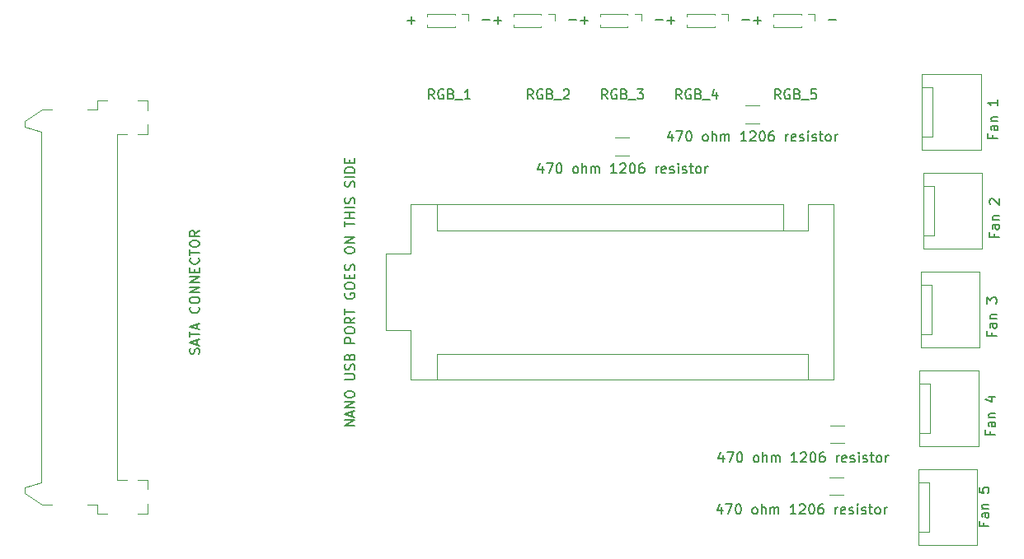
<source format=gbr>
%TF.GenerationSoftware,KiCad,Pcbnew,(6.0.5)*%
%TF.CreationDate,2022-05-12T23:47:52-05:00*%
%TF.ProjectId,RGBFAN,52474246-414e-42e6-9b69-6361645f7063,rev?*%
%TF.SameCoordinates,Original*%
%TF.FileFunction,Legend,Top*%
%TF.FilePolarity,Positive*%
%FSLAX46Y46*%
G04 Gerber Fmt 4.6, Leading zero omitted, Abs format (unit mm)*
G04 Created by KiCad (PCBNEW (6.0.5)) date 2022-05-12 23:47:52*
%MOMM*%
%LPD*%
G01*
G04 APERTURE LIST*
%ADD10C,0.150000*%
%ADD11C,0.120000*%
G04 APERTURE END LIST*
D10*
X134548571Y-65659047D02*
X134548571Y-66420952D01*
X134167619Y-66040000D02*
X134929523Y-66040000D01*
X143438571Y-65659047D02*
X143438571Y-66420952D01*
X143057619Y-66040000D02*
X143819523Y-66040000D01*
X124816952Y-65968571D02*
X124055047Y-65968571D01*
X116744571Y-65659047D02*
X116744571Y-66420952D01*
X116363619Y-66040000D02*
X117125523Y-66040000D01*
X133706952Y-65968571D02*
X132945047Y-65968571D01*
X115950952Y-65968571D02*
X115189047Y-65968571D01*
X125634571Y-65659047D02*
X125634571Y-66420952D01*
X125253619Y-66040000D02*
X126015523Y-66040000D01*
X151510952Y-65968571D02*
X150749047Y-65968571D01*
X142620952Y-65968571D02*
X141859047Y-65968571D01*
X107878571Y-65659047D02*
X107878571Y-66420952D01*
X107497619Y-66040000D02*
X108259523Y-66040000D01*
%TO.C,470 ohm 1206 resistor*%
X134660714Y-77763714D02*
X134660714Y-78430380D01*
X134422619Y-77382761D02*
X134184523Y-78097047D01*
X134803571Y-78097047D01*
X135089285Y-77430380D02*
X135755952Y-77430380D01*
X135327380Y-78430380D01*
X136327380Y-77430380D02*
X136422619Y-77430380D01*
X136517857Y-77478000D01*
X136565476Y-77525619D01*
X136613095Y-77620857D01*
X136660714Y-77811333D01*
X136660714Y-78049428D01*
X136613095Y-78239904D01*
X136565476Y-78335142D01*
X136517857Y-78382761D01*
X136422619Y-78430380D01*
X136327380Y-78430380D01*
X136232142Y-78382761D01*
X136184523Y-78335142D01*
X136136904Y-78239904D01*
X136089285Y-78049428D01*
X136089285Y-77811333D01*
X136136904Y-77620857D01*
X136184523Y-77525619D01*
X136232142Y-77478000D01*
X136327380Y-77430380D01*
X137994047Y-78430380D02*
X137898809Y-78382761D01*
X137851190Y-78335142D01*
X137803571Y-78239904D01*
X137803571Y-77954190D01*
X137851190Y-77858952D01*
X137898809Y-77811333D01*
X137994047Y-77763714D01*
X138136904Y-77763714D01*
X138232142Y-77811333D01*
X138279761Y-77858952D01*
X138327380Y-77954190D01*
X138327380Y-78239904D01*
X138279761Y-78335142D01*
X138232142Y-78382761D01*
X138136904Y-78430380D01*
X137994047Y-78430380D01*
X138755952Y-78430380D02*
X138755952Y-77430380D01*
X139184523Y-78430380D02*
X139184523Y-77906571D01*
X139136904Y-77811333D01*
X139041666Y-77763714D01*
X138898809Y-77763714D01*
X138803571Y-77811333D01*
X138755952Y-77858952D01*
X139660714Y-78430380D02*
X139660714Y-77763714D01*
X139660714Y-77858952D02*
X139708333Y-77811333D01*
X139803571Y-77763714D01*
X139946428Y-77763714D01*
X140041666Y-77811333D01*
X140089285Y-77906571D01*
X140089285Y-78430380D01*
X140089285Y-77906571D02*
X140136904Y-77811333D01*
X140232142Y-77763714D01*
X140375000Y-77763714D01*
X140470238Y-77811333D01*
X140517857Y-77906571D01*
X140517857Y-78430380D01*
X142279761Y-78430380D02*
X141708333Y-78430380D01*
X141994047Y-78430380D02*
X141994047Y-77430380D01*
X141898809Y-77573238D01*
X141803571Y-77668476D01*
X141708333Y-77716095D01*
X142660714Y-77525619D02*
X142708333Y-77478000D01*
X142803571Y-77430380D01*
X143041666Y-77430380D01*
X143136904Y-77478000D01*
X143184523Y-77525619D01*
X143232142Y-77620857D01*
X143232142Y-77716095D01*
X143184523Y-77858952D01*
X142613095Y-78430380D01*
X143232142Y-78430380D01*
X143851190Y-77430380D02*
X143946428Y-77430380D01*
X144041666Y-77478000D01*
X144089285Y-77525619D01*
X144136904Y-77620857D01*
X144184523Y-77811333D01*
X144184523Y-78049428D01*
X144136904Y-78239904D01*
X144089285Y-78335142D01*
X144041666Y-78382761D01*
X143946428Y-78430380D01*
X143851190Y-78430380D01*
X143755952Y-78382761D01*
X143708333Y-78335142D01*
X143660714Y-78239904D01*
X143613095Y-78049428D01*
X143613095Y-77811333D01*
X143660714Y-77620857D01*
X143708333Y-77525619D01*
X143755952Y-77478000D01*
X143851190Y-77430380D01*
X145041666Y-77430380D02*
X144851190Y-77430380D01*
X144755952Y-77478000D01*
X144708333Y-77525619D01*
X144613095Y-77668476D01*
X144565476Y-77858952D01*
X144565476Y-78239904D01*
X144613095Y-78335142D01*
X144660714Y-78382761D01*
X144755952Y-78430380D01*
X144946428Y-78430380D01*
X145041666Y-78382761D01*
X145089285Y-78335142D01*
X145136904Y-78239904D01*
X145136904Y-78001809D01*
X145089285Y-77906571D01*
X145041666Y-77858952D01*
X144946428Y-77811333D01*
X144755952Y-77811333D01*
X144660714Y-77858952D01*
X144613095Y-77906571D01*
X144565476Y-78001809D01*
X146327380Y-78430380D02*
X146327380Y-77763714D01*
X146327380Y-77954190D02*
X146375000Y-77858952D01*
X146422619Y-77811333D01*
X146517857Y-77763714D01*
X146613095Y-77763714D01*
X147327380Y-78382761D02*
X147232142Y-78430380D01*
X147041666Y-78430380D01*
X146946428Y-78382761D01*
X146898809Y-78287523D01*
X146898809Y-77906571D01*
X146946428Y-77811333D01*
X147041666Y-77763714D01*
X147232142Y-77763714D01*
X147327380Y-77811333D01*
X147375000Y-77906571D01*
X147375000Y-78001809D01*
X146898809Y-78097047D01*
X147755952Y-78382761D02*
X147851190Y-78430380D01*
X148041666Y-78430380D01*
X148136904Y-78382761D01*
X148184523Y-78287523D01*
X148184523Y-78239904D01*
X148136904Y-78144666D01*
X148041666Y-78097047D01*
X147898809Y-78097047D01*
X147803571Y-78049428D01*
X147755952Y-77954190D01*
X147755952Y-77906571D01*
X147803571Y-77811333D01*
X147898809Y-77763714D01*
X148041666Y-77763714D01*
X148136904Y-77811333D01*
X148613095Y-78430380D02*
X148613095Y-77763714D01*
X148613095Y-77430380D02*
X148565476Y-77478000D01*
X148613095Y-77525619D01*
X148660714Y-77478000D01*
X148613095Y-77430380D01*
X148613095Y-77525619D01*
X149041666Y-78382761D02*
X149136904Y-78430380D01*
X149327380Y-78430380D01*
X149422619Y-78382761D01*
X149470238Y-78287523D01*
X149470238Y-78239904D01*
X149422619Y-78144666D01*
X149327380Y-78097047D01*
X149184523Y-78097047D01*
X149089285Y-78049428D01*
X149041666Y-77954190D01*
X149041666Y-77906571D01*
X149089285Y-77811333D01*
X149184523Y-77763714D01*
X149327380Y-77763714D01*
X149422619Y-77811333D01*
X149755952Y-77763714D02*
X150136904Y-77763714D01*
X149898809Y-77430380D02*
X149898809Y-78287523D01*
X149946428Y-78382761D01*
X150041666Y-78430380D01*
X150136904Y-78430380D01*
X150613095Y-78430380D02*
X150517857Y-78382761D01*
X150470238Y-78335142D01*
X150422619Y-78239904D01*
X150422619Y-77954190D01*
X150470238Y-77858952D01*
X150517857Y-77811333D01*
X150613095Y-77763714D01*
X150755952Y-77763714D01*
X150851190Y-77811333D01*
X150898809Y-77858952D01*
X150946428Y-77954190D01*
X150946428Y-78239904D01*
X150898809Y-78335142D01*
X150851190Y-78382761D01*
X150755952Y-78430380D01*
X150613095Y-78430380D01*
X151375000Y-78430380D02*
X151375000Y-77763714D01*
X151375000Y-77954190D02*
X151422619Y-77858952D01*
X151470238Y-77811333D01*
X151565476Y-77763714D01*
X151660714Y-77763714D01*
%TO.C,NANO USB PORT GOES ON THIS SIDE*%
X102052380Y-107718095D02*
X101052380Y-107718095D01*
X102052380Y-107146666D01*
X101052380Y-107146666D01*
X101766666Y-106718095D02*
X101766666Y-106241904D01*
X102052380Y-106813333D02*
X101052380Y-106480000D01*
X102052380Y-106146666D01*
X102052380Y-105813333D02*
X101052380Y-105813333D01*
X102052380Y-105241904D01*
X101052380Y-105241904D01*
X101052380Y-104575238D02*
X101052380Y-104384761D01*
X101100000Y-104289523D01*
X101195238Y-104194285D01*
X101385714Y-104146666D01*
X101719047Y-104146666D01*
X101909523Y-104194285D01*
X102004761Y-104289523D01*
X102052380Y-104384761D01*
X102052380Y-104575238D01*
X102004761Y-104670476D01*
X101909523Y-104765714D01*
X101719047Y-104813333D01*
X101385714Y-104813333D01*
X101195238Y-104765714D01*
X101100000Y-104670476D01*
X101052380Y-104575238D01*
X101052380Y-102956190D02*
X101861904Y-102956190D01*
X101957142Y-102908571D01*
X102004761Y-102860952D01*
X102052380Y-102765714D01*
X102052380Y-102575238D01*
X102004761Y-102480000D01*
X101957142Y-102432380D01*
X101861904Y-102384761D01*
X101052380Y-102384761D01*
X102004761Y-101956190D02*
X102052380Y-101813333D01*
X102052380Y-101575238D01*
X102004761Y-101480000D01*
X101957142Y-101432380D01*
X101861904Y-101384761D01*
X101766666Y-101384761D01*
X101671428Y-101432380D01*
X101623809Y-101480000D01*
X101576190Y-101575238D01*
X101528571Y-101765714D01*
X101480952Y-101860952D01*
X101433333Y-101908571D01*
X101338095Y-101956190D01*
X101242857Y-101956190D01*
X101147619Y-101908571D01*
X101100000Y-101860952D01*
X101052380Y-101765714D01*
X101052380Y-101527619D01*
X101100000Y-101384761D01*
X101528571Y-100622857D02*
X101576190Y-100480000D01*
X101623809Y-100432380D01*
X101719047Y-100384761D01*
X101861904Y-100384761D01*
X101957142Y-100432380D01*
X102004761Y-100480000D01*
X102052380Y-100575238D01*
X102052380Y-100956190D01*
X101052380Y-100956190D01*
X101052380Y-100622857D01*
X101100000Y-100527619D01*
X101147619Y-100480000D01*
X101242857Y-100432380D01*
X101338095Y-100432380D01*
X101433333Y-100480000D01*
X101480952Y-100527619D01*
X101528571Y-100622857D01*
X101528571Y-100956190D01*
X102052380Y-99194285D02*
X101052380Y-99194285D01*
X101052380Y-98813333D01*
X101100000Y-98718095D01*
X101147619Y-98670476D01*
X101242857Y-98622857D01*
X101385714Y-98622857D01*
X101480952Y-98670476D01*
X101528571Y-98718095D01*
X101576190Y-98813333D01*
X101576190Y-99194285D01*
X101052380Y-98003809D02*
X101052380Y-97813333D01*
X101100000Y-97718095D01*
X101195238Y-97622857D01*
X101385714Y-97575238D01*
X101719047Y-97575238D01*
X101909523Y-97622857D01*
X102004761Y-97718095D01*
X102052380Y-97813333D01*
X102052380Y-98003809D01*
X102004761Y-98099047D01*
X101909523Y-98194285D01*
X101719047Y-98241904D01*
X101385714Y-98241904D01*
X101195238Y-98194285D01*
X101100000Y-98099047D01*
X101052380Y-98003809D01*
X102052380Y-96575238D02*
X101576190Y-96908571D01*
X102052380Y-97146666D02*
X101052380Y-97146666D01*
X101052380Y-96765714D01*
X101100000Y-96670476D01*
X101147619Y-96622857D01*
X101242857Y-96575238D01*
X101385714Y-96575238D01*
X101480952Y-96622857D01*
X101528571Y-96670476D01*
X101576190Y-96765714D01*
X101576190Y-97146666D01*
X101052380Y-96289523D02*
X101052380Y-95718095D01*
X102052380Y-96003809D02*
X101052380Y-96003809D01*
X101100000Y-94099047D02*
X101052380Y-94194285D01*
X101052380Y-94337142D01*
X101100000Y-94480000D01*
X101195238Y-94575238D01*
X101290476Y-94622857D01*
X101480952Y-94670476D01*
X101623809Y-94670476D01*
X101814285Y-94622857D01*
X101909523Y-94575238D01*
X102004761Y-94480000D01*
X102052380Y-94337142D01*
X102052380Y-94241904D01*
X102004761Y-94099047D01*
X101957142Y-94051428D01*
X101623809Y-94051428D01*
X101623809Y-94241904D01*
X101052380Y-93432380D02*
X101052380Y-93241904D01*
X101100000Y-93146666D01*
X101195238Y-93051428D01*
X101385714Y-93003809D01*
X101719047Y-93003809D01*
X101909523Y-93051428D01*
X102004761Y-93146666D01*
X102052380Y-93241904D01*
X102052380Y-93432380D01*
X102004761Y-93527619D01*
X101909523Y-93622857D01*
X101719047Y-93670476D01*
X101385714Y-93670476D01*
X101195238Y-93622857D01*
X101100000Y-93527619D01*
X101052380Y-93432380D01*
X101528571Y-92575238D02*
X101528571Y-92241904D01*
X102052380Y-92099047D02*
X102052380Y-92575238D01*
X101052380Y-92575238D01*
X101052380Y-92099047D01*
X102004761Y-91718095D02*
X102052380Y-91575238D01*
X102052380Y-91337142D01*
X102004761Y-91241904D01*
X101957142Y-91194285D01*
X101861904Y-91146666D01*
X101766666Y-91146666D01*
X101671428Y-91194285D01*
X101623809Y-91241904D01*
X101576190Y-91337142D01*
X101528571Y-91527619D01*
X101480952Y-91622857D01*
X101433333Y-91670476D01*
X101338095Y-91718095D01*
X101242857Y-91718095D01*
X101147619Y-91670476D01*
X101100000Y-91622857D01*
X101052380Y-91527619D01*
X101052380Y-91289523D01*
X101100000Y-91146666D01*
X101052380Y-89765714D02*
X101052380Y-89575238D01*
X101100000Y-89480000D01*
X101195238Y-89384761D01*
X101385714Y-89337142D01*
X101719047Y-89337142D01*
X101909523Y-89384761D01*
X102004761Y-89480000D01*
X102052380Y-89575238D01*
X102052380Y-89765714D01*
X102004761Y-89860952D01*
X101909523Y-89956190D01*
X101719047Y-90003809D01*
X101385714Y-90003809D01*
X101195238Y-89956190D01*
X101100000Y-89860952D01*
X101052380Y-89765714D01*
X102052380Y-88908571D02*
X101052380Y-88908571D01*
X102052380Y-88337142D01*
X101052380Y-88337142D01*
X101052380Y-87241904D02*
X101052380Y-86670476D01*
X102052380Y-86956190D02*
X101052380Y-86956190D01*
X102052380Y-86337142D02*
X101052380Y-86337142D01*
X101528571Y-86337142D02*
X101528571Y-85765714D01*
X102052380Y-85765714D02*
X101052380Y-85765714D01*
X102052380Y-85289523D02*
X101052380Y-85289523D01*
X102004761Y-84860952D02*
X102052380Y-84718095D01*
X102052380Y-84480000D01*
X102004761Y-84384761D01*
X101957142Y-84337142D01*
X101861904Y-84289523D01*
X101766666Y-84289523D01*
X101671428Y-84337142D01*
X101623809Y-84384761D01*
X101576190Y-84480000D01*
X101528571Y-84670476D01*
X101480952Y-84765714D01*
X101433333Y-84813333D01*
X101338095Y-84860952D01*
X101242857Y-84860952D01*
X101147619Y-84813333D01*
X101100000Y-84765714D01*
X101052380Y-84670476D01*
X101052380Y-84432380D01*
X101100000Y-84289523D01*
X102004761Y-83146666D02*
X102052380Y-83003809D01*
X102052380Y-82765714D01*
X102004761Y-82670476D01*
X101957142Y-82622857D01*
X101861904Y-82575238D01*
X101766666Y-82575238D01*
X101671428Y-82622857D01*
X101623809Y-82670476D01*
X101576190Y-82765714D01*
X101528571Y-82956190D01*
X101480952Y-83051428D01*
X101433333Y-83099047D01*
X101338095Y-83146666D01*
X101242857Y-83146666D01*
X101147619Y-83099047D01*
X101100000Y-83051428D01*
X101052380Y-82956190D01*
X101052380Y-82718095D01*
X101100000Y-82575238D01*
X102052380Y-82146666D02*
X101052380Y-82146666D01*
X102052380Y-81670476D02*
X101052380Y-81670476D01*
X101052380Y-81432380D01*
X101100000Y-81289523D01*
X101195238Y-81194285D01*
X101290476Y-81146666D01*
X101480952Y-81099047D01*
X101623809Y-81099047D01*
X101814285Y-81146666D01*
X101909523Y-81194285D01*
X102004761Y-81289523D01*
X102052380Y-81432380D01*
X102052380Y-81670476D01*
X101528571Y-80670476D02*
X101528571Y-80337142D01*
X102052380Y-80194285D02*
X102052380Y-80670476D01*
X101052380Y-80670476D01*
X101052380Y-80194285D01*
%TO.C,470 ohm 1206 resistor*%
X139740714Y-116117714D02*
X139740714Y-116784380D01*
X139502619Y-115736761D02*
X139264523Y-116451047D01*
X139883571Y-116451047D01*
X140169285Y-115784380D02*
X140835952Y-115784380D01*
X140407380Y-116784380D01*
X141407380Y-115784380D02*
X141502619Y-115784380D01*
X141597857Y-115832000D01*
X141645476Y-115879619D01*
X141693095Y-115974857D01*
X141740714Y-116165333D01*
X141740714Y-116403428D01*
X141693095Y-116593904D01*
X141645476Y-116689142D01*
X141597857Y-116736761D01*
X141502619Y-116784380D01*
X141407380Y-116784380D01*
X141312142Y-116736761D01*
X141264523Y-116689142D01*
X141216904Y-116593904D01*
X141169285Y-116403428D01*
X141169285Y-116165333D01*
X141216904Y-115974857D01*
X141264523Y-115879619D01*
X141312142Y-115832000D01*
X141407380Y-115784380D01*
X143074047Y-116784380D02*
X142978809Y-116736761D01*
X142931190Y-116689142D01*
X142883571Y-116593904D01*
X142883571Y-116308190D01*
X142931190Y-116212952D01*
X142978809Y-116165333D01*
X143074047Y-116117714D01*
X143216904Y-116117714D01*
X143312142Y-116165333D01*
X143359761Y-116212952D01*
X143407380Y-116308190D01*
X143407380Y-116593904D01*
X143359761Y-116689142D01*
X143312142Y-116736761D01*
X143216904Y-116784380D01*
X143074047Y-116784380D01*
X143835952Y-116784380D02*
X143835952Y-115784380D01*
X144264523Y-116784380D02*
X144264523Y-116260571D01*
X144216904Y-116165333D01*
X144121666Y-116117714D01*
X143978809Y-116117714D01*
X143883571Y-116165333D01*
X143835952Y-116212952D01*
X144740714Y-116784380D02*
X144740714Y-116117714D01*
X144740714Y-116212952D02*
X144788333Y-116165333D01*
X144883571Y-116117714D01*
X145026428Y-116117714D01*
X145121666Y-116165333D01*
X145169285Y-116260571D01*
X145169285Y-116784380D01*
X145169285Y-116260571D02*
X145216904Y-116165333D01*
X145312142Y-116117714D01*
X145455000Y-116117714D01*
X145550238Y-116165333D01*
X145597857Y-116260571D01*
X145597857Y-116784380D01*
X147359761Y-116784380D02*
X146788333Y-116784380D01*
X147074047Y-116784380D02*
X147074047Y-115784380D01*
X146978809Y-115927238D01*
X146883571Y-116022476D01*
X146788333Y-116070095D01*
X147740714Y-115879619D02*
X147788333Y-115832000D01*
X147883571Y-115784380D01*
X148121666Y-115784380D01*
X148216904Y-115832000D01*
X148264523Y-115879619D01*
X148312142Y-115974857D01*
X148312142Y-116070095D01*
X148264523Y-116212952D01*
X147693095Y-116784380D01*
X148312142Y-116784380D01*
X148931190Y-115784380D02*
X149026428Y-115784380D01*
X149121666Y-115832000D01*
X149169285Y-115879619D01*
X149216904Y-115974857D01*
X149264523Y-116165333D01*
X149264523Y-116403428D01*
X149216904Y-116593904D01*
X149169285Y-116689142D01*
X149121666Y-116736761D01*
X149026428Y-116784380D01*
X148931190Y-116784380D01*
X148835952Y-116736761D01*
X148788333Y-116689142D01*
X148740714Y-116593904D01*
X148693095Y-116403428D01*
X148693095Y-116165333D01*
X148740714Y-115974857D01*
X148788333Y-115879619D01*
X148835952Y-115832000D01*
X148931190Y-115784380D01*
X150121666Y-115784380D02*
X149931190Y-115784380D01*
X149835952Y-115832000D01*
X149788333Y-115879619D01*
X149693095Y-116022476D01*
X149645476Y-116212952D01*
X149645476Y-116593904D01*
X149693095Y-116689142D01*
X149740714Y-116736761D01*
X149835952Y-116784380D01*
X150026428Y-116784380D01*
X150121666Y-116736761D01*
X150169285Y-116689142D01*
X150216904Y-116593904D01*
X150216904Y-116355809D01*
X150169285Y-116260571D01*
X150121666Y-116212952D01*
X150026428Y-116165333D01*
X149835952Y-116165333D01*
X149740714Y-116212952D01*
X149693095Y-116260571D01*
X149645476Y-116355809D01*
X151407380Y-116784380D02*
X151407380Y-116117714D01*
X151407380Y-116308190D02*
X151455000Y-116212952D01*
X151502619Y-116165333D01*
X151597857Y-116117714D01*
X151693095Y-116117714D01*
X152407380Y-116736761D02*
X152312142Y-116784380D01*
X152121666Y-116784380D01*
X152026428Y-116736761D01*
X151978809Y-116641523D01*
X151978809Y-116260571D01*
X152026428Y-116165333D01*
X152121666Y-116117714D01*
X152312142Y-116117714D01*
X152407380Y-116165333D01*
X152455000Y-116260571D01*
X152455000Y-116355809D01*
X151978809Y-116451047D01*
X152835952Y-116736761D02*
X152931190Y-116784380D01*
X153121666Y-116784380D01*
X153216904Y-116736761D01*
X153264523Y-116641523D01*
X153264523Y-116593904D01*
X153216904Y-116498666D01*
X153121666Y-116451047D01*
X152978809Y-116451047D01*
X152883571Y-116403428D01*
X152835952Y-116308190D01*
X152835952Y-116260571D01*
X152883571Y-116165333D01*
X152978809Y-116117714D01*
X153121666Y-116117714D01*
X153216904Y-116165333D01*
X153693095Y-116784380D02*
X153693095Y-116117714D01*
X153693095Y-115784380D02*
X153645476Y-115832000D01*
X153693095Y-115879619D01*
X153740714Y-115832000D01*
X153693095Y-115784380D01*
X153693095Y-115879619D01*
X154121666Y-116736761D02*
X154216904Y-116784380D01*
X154407380Y-116784380D01*
X154502619Y-116736761D01*
X154550238Y-116641523D01*
X154550238Y-116593904D01*
X154502619Y-116498666D01*
X154407380Y-116451047D01*
X154264523Y-116451047D01*
X154169285Y-116403428D01*
X154121666Y-116308190D01*
X154121666Y-116260571D01*
X154169285Y-116165333D01*
X154264523Y-116117714D01*
X154407380Y-116117714D01*
X154502619Y-116165333D01*
X154835952Y-116117714D02*
X155216904Y-116117714D01*
X154978809Y-115784380D02*
X154978809Y-116641523D01*
X155026428Y-116736761D01*
X155121666Y-116784380D01*
X155216904Y-116784380D01*
X155693095Y-116784380D02*
X155597857Y-116736761D01*
X155550238Y-116689142D01*
X155502619Y-116593904D01*
X155502619Y-116308190D01*
X155550238Y-116212952D01*
X155597857Y-116165333D01*
X155693095Y-116117714D01*
X155835952Y-116117714D01*
X155931190Y-116165333D01*
X155978809Y-116212952D01*
X156026428Y-116308190D01*
X156026428Y-116593904D01*
X155978809Y-116689142D01*
X155931190Y-116736761D01*
X155835952Y-116784380D01*
X155693095Y-116784380D01*
X156455000Y-116784380D02*
X156455000Y-116117714D01*
X156455000Y-116308190D02*
X156502619Y-116212952D01*
X156550238Y-116165333D01*
X156645476Y-116117714D01*
X156740714Y-116117714D01*
X139867714Y-110783714D02*
X139867714Y-111450380D01*
X139629619Y-110402761D02*
X139391523Y-111117047D01*
X140010571Y-111117047D01*
X140296285Y-110450380D02*
X140962952Y-110450380D01*
X140534380Y-111450380D01*
X141534380Y-110450380D02*
X141629619Y-110450380D01*
X141724857Y-110498000D01*
X141772476Y-110545619D01*
X141820095Y-110640857D01*
X141867714Y-110831333D01*
X141867714Y-111069428D01*
X141820095Y-111259904D01*
X141772476Y-111355142D01*
X141724857Y-111402761D01*
X141629619Y-111450380D01*
X141534380Y-111450380D01*
X141439142Y-111402761D01*
X141391523Y-111355142D01*
X141343904Y-111259904D01*
X141296285Y-111069428D01*
X141296285Y-110831333D01*
X141343904Y-110640857D01*
X141391523Y-110545619D01*
X141439142Y-110498000D01*
X141534380Y-110450380D01*
X143201047Y-111450380D02*
X143105809Y-111402761D01*
X143058190Y-111355142D01*
X143010571Y-111259904D01*
X143010571Y-110974190D01*
X143058190Y-110878952D01*
X143105809Y-110831333D01*
X143201047Y-110783714D01*
X143343904Y-110783714D01*
X143439142Y-110831333D01*
X143486761Y-110878952D01*
X143534380Y-110974190D01*
X143534380Y-111259904D01*
X143486761Y-111355142D01*
X143439142Y-111402761D01*
X143343904Y-111450380D01*
X143201047Y-111450380D01*
X143962952Y-111450380D02*
X143962952Y-110450380D01*
X144391523Y-111450380D02*
X144391523Y-110926571D01*
X144343904Y-110831333D01*
X144248666Y-110783714D01*
X144105809Y-110783714D01*
X144010571Y-110831333D01*
X143962952Y-110878952D01*
X144867714Y-111450380D02*
X144867714Y-110783714D01*
X144867714Y-110878952D02*
X144915333Y-110831333D01*
X145010571Y-110783714D01*
X145153428Y-110783714D01*
X145248666Y-110831333D01*
X145296285Y-110926571D01*
X145296285Y-111450380D01*
X145296285Y-110926571D02*
X145343904Y-110831333D01*
X145439142Y-110783714D01*
X145582000Y-110783714D01*
X145677238Y-110831333D01*
X145724857Y-110926571D01*
X145724857Y-111450380D01*
X147486761Y-111450380D02*
X146915333Y-111450380D01*
X147201047Y-111450380D02*
X147201047Y-110450380D01*
X147105809Y-110593238D01*
X147010571Y-110688476D01*
X146915333Y-110736095D01*
X147867714Y-110545619D02*
X147915333Y-110498000D01*
X148010571Y-110450380D01*
X148248666Y-110450380D01*
X148343904Y-110498000D01*
X148391523Y-110545619D01*
X148439142Y-110640857D01*
X148439142Y-110736095D01*
X148391523Y-110878952D01*
X147820095Y-111450380D01*
X148439142Y-111450380D01*
X149058190Y-110450380D02*
X149153428Y-110450380D01*
X149248666Y-110498000D01*
X149296285Y-110545619D01*
X149343904Y-110640857D01*
X149391523Y-110831333D01*
X149391523Y-111069428D01*
X149343904Y-111259904D01*
X149296285Y-111355142D01*
X149248666Y-111402761D01*
X149153428Y-111450380D01*
X149058190Y-111450380D01*
X148962952Y-111402761D01*
X148915333Y-111355142D01*
X148867714Y-111259904D01*
X148820095Y-111069428D01*
X148820095Y-110831333D01*
X148867714Y-110640857D01*
X148915333Y-110545619D01*
X148962952Y-110498000D01*
X149058190Y-110450380D01*
X150248666Y-110450380D02*
X150058190Y-110450380D01*
X149962952Y-110498000D01*
X149915333Y-110545619D01*
X149820095Y-110688476D01*
X149772476Y-110878952D01*
X149772476Y-111259904D01*
X149820095Y-111355142D01*
X149867714Y-111402761D01*
X149962952Y-111450380D01*
X150153428Y-111450380D01*
X150248666Y-111402761D01*
X150296285Y-111355142D01*
X150343904Y-111259904D01*
X150343904Y-111021809D01*
X150296285Y-110926571D01*
X150248666Y-110878952D01*
X150153428Y-110831333D01*
X149962952Y-110831333D01*
X149867714Y-110878952D01*
X149820095Y-110926571D01*
X149772476Y-111021809D01*
X151534380Y-111450380D02*
X151534380Y-110783714D01*
X151534380Y-110974190D02*
X151582000Y-110878952D01*
X151629619Y-110831333D01*
X151724857Y-110783714D01*
X151820095Y-110783714D01*
X152534380Y-111402761D02*
X152439142Y-111450380D01*
X152248666Y-111450380D01*
X152153428Y-111402761D01*
X152105809Y-111307523D01*
X152105809Y-110926571D01*
X152153428Y-110831333D01*
X152248666Y-110783714D01*
X152439142Y-110783714D01*
X152534380Y-110831333D01*
X152582000Y-110926571D01*
X152582000Y-111021809D01*
X152105809Y-111117047D01*
X152962952Y-111402761D02*
X153058190Y-111450380D01*
X153248666Y-111450380D01*
X153343904Y-111402761D01*
X153391523Y-111307523D01*
X153391523Y-111259904D01*
X153343904Y-111164666D01*
X153248666Y-111117047D01*
X153105809Y-111117047D01*
X153010571Y-111069428D01*
X152962952Y-110974190D01*
X152962952Y-110926571D01*
X153010571Y-110831333D01*
X153105809Y-110783714D01*
X153248666Y-110783714D01*
X153343904Y-110831333D01*
X153820095Y-111450380D02*
X153820095Y-110783714D01*
X153820095Y-110450380D02*
X153772476Y-110498000D01*
X153820095Y-110545619D01*
X153867714Y-110498000D01*
X153820095Y-110450380D01*
X153820095Y-110545619D01*
X154248666Y-111402761D02*
X154343904Y-111450380D01*
X154534380Y-111450380D01*
X154629619Y-111402761D01*
X154677238Y-111307523D01*
X154677238Y-111259904D01*
X154629619Y-111164666D01*
X154534380Y-111117047D01*
X154391523Y-111117047D01*
X154296285Y-111069428D01*
X154248666Y-110974190D01*
X154248666Y-110926571D01*
X154296285Y-110831333D01*
X154391523Y-110783714D01*
X154534380Y-110783714D01*
X154629619Y-110831333D01*
X154962952Y-110783714D02*
X155343904Y-110783714D01*
X155105809Y-110450380D02*
X155105809Y-111307523D01*
X155153428Y-111402761D01*
X155248666Y-111450380D01*
X155343904Y-111450380D01*
X155820095Y-111450380D02*
X155724857Y-111402761D01*
X155677238Y-111355142D01*
X155629619Y-111259904D01*
X155629619Y-110974190D01*
X155677238Y-110878952D01*
X155724857Y-110831333D01*
X155820095Y-110783714D01*
X155962952Y-110783714D01*
X156058190Y-110831333D01*
X156105809Y-110878952D01*
X156153428Y-110974190D01*
X156153428Y-111259904D01*
X156105809Y-111355142D01*
X156058190Y-111402761D01*
X155962952Y-111450380D01*
X155820095Y-111450380D01*
X156582000Y-111450380D02*
X156582000Y-110783714D01*
X156582000Y-110974190D02*
X156629619Y-110878952D01*
X156677238Y-110831333D01*
X156772476Y-110783714D01*
X156867714Y-110783714D01*
X121325714Y-81065714D02*
X121325714Y-81732380D01*
X121087619Y-80684761D02*
X120849523Y-81399047D01*
X121468571Y-81399047D01*
X121754285Y-80732380D02*
X122420952Y-80732380D01*
X121992380Y-81732380D01*
X122992380Y-80732380D02*
X123087619Y-80732380D01*
X123182857Y-80780000D01*
X123230476Y-80827619D01*
X123278095Y-80922857D01*
X123325714Y-81113333D01*
X123325714Y-81351428D01*
X123278095Y-81541904D01*
X123230476Y-81637142D01*
X123182857Y-81684761D01*
X123087619Y-81732380D01*
X122992380Y-81732380D01*
X122897142Y-81684761D01*
X122849523Y-81637142D01*
X122801904Y-81541904D01*
X122754285Y-81351428D01*
X122754285Y-81113333D01*
X122801904Y-80922857D01*
X122849523Y-80827619D01*
X122897142Y-80780000D01*
X122992380Y-80732380D01*
X124659047Y-81732380D02*
X124563809Y-81684761D01*
X124516190Y-81637142D01*
X124468571Y-81541904D01*
X124468571Y-81256190D01*
X124516190Y-81160952D01*
X124563809Y-81113333D01*
X124659047Y-81065714D01*
X124801904Y-81065714D01*
X124897142Y-81113333D01*
X124944761Y-81160952D01*
X124992380Y-81256190D01*
X124992380Y-81541904D01*
X124944761Y-81637142D01*
X124897142Y-81684761D01*
X124801904Y-81732380D01*
X124659047Y-81732380D01*
X125420952Y-81732380D02*
X125420952Y-80732380D01*
X125849523Y-81732380D02*
X125849523Y-81208571D01*
X125801904Y-81113333D01*
X125706666Y-81065714D01*
X125563809Y-81065714D01*
X125468571Y-81113333D01*
X125420952Y-81160952D01*
X126325714Y-81732380D02*
X126325714Y-81065714D01*
X126325714Y-81160952D02*
X126373333Y-81113333D01*
X126468571Y-81065714D01*
X126611428Y-81065714D01*
X126706666Y-81113333D01*
X126754285Y-81208571D01*
X126754285Y-81732380D01*
X126754285Y-81208571D02*
X126801904Y-81113333D01*
X126897142Y-81065714D01*
X127040000Y-81065714D01*
X127135238Y-81113333D01*
X127182857Y-81208571D01*
X127182857Y-81732380D01*
X128944761Y-81732380D02*
X128373333Y-81732380D01*
X128659047Y-81732380D02*
X128659047Y-80732380D01*
X128563809Y-80875238D01*
X128468571Y-80970476D01*
X128373333Y-81018095D01*
X129325714Y-80827619D02*
X129373333Y-80780000D01*
X129468571Y-80732380D01*
X129706666Y-80732380D01*
X129801904Y-80780000D01*
X129849523Y-80827619D01*
X129897142Y-80922857D01*
X129897142Y-81018095D01*
X129849523Y-81160952D01*
X129278095Y-81732380D01*
X129897142Y-81732380D01*
X130516190Y-80732380D02*
X130611428Y-80732380D01*
X130706666Y-80780000D01*
X130754285Y-80827619D01*
X130801904Y-80922857D01*
X130849523Y-81113333D01*
X130849523Y-81351428D01*
X130801904Y-81541904D01*
X130754285Y-81637142D01*
X130706666Y-81684761D01*
X130611428Y-81732380D01*
X130516190Y-81732380D01*
X130420952Y-81684761D01*
X130373333Y-81637142D01*
X130325714Y-81541904D01*
X130278095Y-81351428D01*
X130278095Y-81113333D01*
X130325714Y-80922857D01*
X130373333Y-80827619D01*
X130420952Y-80780000D01*
X130516190Y-80732380D01*
X131706666Y-80732380D02*
X131516190Y-80732380D01*
X131420952Y-80780000D01*
X131373333Y-80827619D01*
X131278095Y-80970476D01*
X131230476Y-81160952D01*
X131230476Y-81541904D01*
X131278095Y-81637142D01*
X131325714Y-81684761D01*
X131420952Y-81732380D01*
X131611428Y-81732380D01*
X131706666Y-81684761D01*
X131754285Y-81637142D01*
X131801904Y-81541904D01*
X131801904Y-81303809D01*
X131754285Y-81208571D01*
X131706666Y-81160952D01*
X131611428Y-81113333D01*
X131420952Y-81113333D01*
X131325714Y-81160952D01*
X131278095Y-81208571D01*
X131230476Y-81303809D01*
X132992380Y-81732380D02*
X132992380Y-81065714D01*
X132992380Y-81256190D02*
X133039999Y-81160952D01*
X133087619Y-81113333D01*
X133182857Y-81065714D01*
X133278095Y-81065714D01*
X133992380Y-81684761D02*
X133897142Y-81732380D01*
X133706666Y-81732380D01*
X133611428Y-81684761D01*
X133563809Y-81589523D01*
X133563809Y-81208571D01*
X133611428Y-81113333D01*
X133706666Y-81065714D01*
X133897142Y-81065714D01*
X133992380Y-81113333D01*
X134039999Y-81208571D01*
X134039999Y-81303809D01*
X133563809Y-81399047D01*
X134420952Y-81684761D02*
X134516190Y-81732380D01*
X134706666Y-81732380D01*
X134801904Y-81684761D01*
X134849523Y-81589523D01*
X134849523Y-81541904D01*
X134801904Y-81446666D01*
X134706666Y-81399047D01*
X134563809Y-81399047D01*
X134468571Y-81351428D01*
X134420952Y-81256190D01*
X134420952Y-81208571D01*
X134468571Y-81113333D01*
X134563809Y-81065714D01*
X134706666Y-81065714D01*
X134801904Y-81113333D01*
X135278095Y-81732380D02*
X135278095Y-81065714D01*
X135278095Y-80732380D02*
X135230476Y-80780000D01*
X135278095Y-80827619D01*
X135325714Y-80780000D01*
X135278095Y-80732380D01*
X135278095Y-80827619D01*
X135706666Y-81684761D02*
X135801904Y-81732380D01*
X135992380Y-81732380D01*
X136087619Y-81684761D01*
X136135238Y-81589523D01*
X136135238Y-81541904D01*
X136087619Y-81446666D01*
X135992380Y-81399047D01*
X135849523Y-81399047D01*
X135754285Y-81351428D01*
X135706666Y-81256190D01*
X135706666Y-81208571D01*
X135754285Y-81113333D01*
X135849523Y-81065714D01*
X135992380Y-81065714D01*
X136087619Y-81113333D01*
X136420952Y-81065714D02*
X136801904Y-81065714D01*
X136563809Y-80732380D02*
X136563809Y-81589523D01*
X136611428Y-81684761D01*
X136706666Y-81732380D01*
X136801904Y-81732380D01*
X137278095Y-81732380D02*
X137182857Y-81684761D01*
X137135238Y-81637142D01*
X137087619Y-81541904D01*
X137087619Y-81256190D01*
X137135238Y-81160952D01*
X137182857Y-81113333D01*
X137278095Y-81065714D01*
X137420952Y-81065714D01*
X137516190Y-81113333D01*
X137563809Y-81160952D01*
X137611428Y-81256190D01*
X137611428Y-81541904D01*
X137563809Y-81637142D01*
X137516190Y-81684761D01*
X137420952Y-81732380D01*
X137278095Y-81732380D01*
X138040000Y-81732380D02*
X138040000Y-81065714D01*
X138040000Y-81256190D02*
X138087619Y-81160952D01*
X138135238Y-81113333D01*
X138230476Y-81065714D01*
X138325714Y-81065714D01*
%TO.C,Fan 5*%
X166650571Y-117657047D02*
X166650571Y-117990380D01*
X167174380Y-117990380D02*
X166174380Y-117990380D01*
X166174380Y-117514190D01*
X167174380Y-116704666D02*
X166650571Y-116704666D01*
X166555333Y-116752285D01*
X166507714Y-116847523D01*
X166507714Y-117038000D01*
X166555333Y-117133238D01*
X167126761Y-116704666D02*
X167174380Y-116799904D01*
X167174380Y-117038000D01*
X167126761Y-117133238D01*
X167031523Y-117180857D01*
X166936285Y-117180857D01*
X166841047Y-117133238D01*
X166793428Y-117038000D01*
X166793428Y-116799904D01*
X166745809Y-116704666D01*
X166507714Y-116228476D02*
X167174380Y-116228476D01*
X166602952Y-116228476D02*
X166555333Y-116180857D01*
X166507714Y-116085619D01*
X166507714Y-115942761D01*
X166555333Y-115847523D01*
X166650571Y-115799904D01*
X167174380Y-115799904D01*
X166174380Y-114085619D02*
X166174380Y-114561809D01*
X166650571Y-114609428D01*
X166602952Y-114561809D01*
X166555333Y-114466571D01*
X166555333Y-114228476D01*
X166602952Y-114133238D01*
X166650571Y-114085619D01*
X166745809Y-114038000D01*
X166983904Y-114038000D01*
X167079142Y-114085619D01*
X167126761Y-114133238D01*
X167174380Y-114228476D01*
X167174380Y-114466571D01*
X167126761Y-114561809D01*
X167079142Y-114609428D01*
%TO.C,RGB_1*%
X110212380Y-74112380D02*
X109879047Y-73636190D01*
X109640952Y-74112380D02*
X109640952Y-73112380D01*
X110021904Y-73112380D01*
X110117142Y-73160000D01*
X110164761Y-73207619D01*
X110212380Y-73302857D01*
X110212380Y-73445714D01*
X110164761Y-73540952D01*
X110117142Y-73588571D01*
X110021904Y-73636190D01*
X109640952Y-73636190D01*
X111164761Y-73160000D02*
X111069523Y-73112380D01*
X110926666Y-73112380D01*
X110783809Y-73160000D01*
X110688571Y-73255238D01*
X110640952Y-73350476D01*
X110593333Y-73540952D01*
X110593333Y-73683809D01*
X110640952Y-73874285D01*
X110688571Y-73969523D01*
X110783809Y-74064761D01*
X110926666Y-74112380D01*
X111021904Y-74112380D01*
X111164761Y-74064761D01*
X111212380Y-74017142D01*
X111212380Y-73683809D01*
X111021904Y-73683809D01*
X111974285Y-73588571D02*
X112117142Y-73636190D01*
X112164761Y-73683809D01*
X112212380Y-73779047D01*
X112212380Y-73921904D01*
X112164761Y-74017142D01*
X112117142Y-74064761D01*
X112021904Y-74112380D01*
X111640952Y-74112380D01*
X111640952Y-73112380D01*
X111974285Y-73112380D01*
X112069523Y-73160000D01*
X112117142Y-73207619D01*
X112164761Y-73302857D01*
X112164761Y-73398095D01*
X112117142Y-73493333D01*
X112069523Y-73540952D01*
X111974285Y-73588571D01*
X111640952Y-73588571D01*
X112402857Y-74207619D02*
X113164761Y-74207619D01*
X113926666Y-74112380D02*
X113355238Y-74112380D01*
X113640952Y-74112380D02*
X113640952Y-73112380D01*
X113545714Y-73255238D01*
X113450476Y-73350476D01*
X113355238Y-73398095D01*
%TO.C,RGB_4*%
X135612380Y-74112380D02*
X135279047Y-73636190D01*
X135040952Y-74112380D02*
X135040952Y-73112380D01*
X135421904Y-73112380D01*
X135517142Y-73160000D01*
X135564761Y-73207619D01*
X135612380Y-73302857D01*
X135612380Y-73445714D01*
X135564761Y-73540952D01*
X135517142Y-73588571D01*
X135421904Y-73636190D01*
X135040952Y-73636190D01*
X136564761Y-73160000D02*
X136469523Y-73112380D01*
X136326666Y-73112380D01*
X136183809Y-73160000D01*
X136088571Y-73255238D01*
X136040952Y-73350476D01*
X135993333Y-73540952D01*
X135993333Y-73683809D01*
X136040952Y-73874285D01*
X136088571Y-73969523D01*
X136183809Y-74064761D01*
X136326666Y-74112380D01*
X136421904Y-74112380D01*
X136564761Y-74064761D01*
X136612380Y-74017142D01*
X136612380Y-73683809D01*
X136421904Y-73683809D01*
X137374285Y-73588571D02*
X137517142Y-73636190D01*
X137564761Y-73683809D01*
X137612380Y-73779047D01*
X137612380Y-73921904D01*
X137564761Y-74017142D01*
X137517142Y-74064761D01*
X137421904Y-74112380D01*
X137040952Y-74112380D01*
X137040952Y-73112380D01*
X137374285Y-73112380D01*
X137469523Y-73160000D01*
X137517142Y-73207619D01*
X137564761Y-73302857D01*
X137564761Y-73398095D01*
X137517142Y-73493333D01*
X137469523Y-73540952D01*
X137374285Y-73588571D01*
X137040952Y-73588571D01*
X137802857Y-74207619D02*
X138564761Y-74207619D01*
X139231428Y-73445714D02*
X139231428Y-74112380D01*
X138993333Y-73064761D02*
X138755238Y-73779047D01*
X139374285Y-73779047D01*
%TO.C,RGB_5*%
X145772380Y-74112380D02*
X145439047Y-73636190D01*
X145200952Y-74112380D02*
X145200952Y-73112380D01*
X145581904Y-73112380D01*
X145677142Y-73160000D01*
X145724761Y-73207619D01*
X145772380Y-73302857D01*
X145772380Y-73445714D01*
X145724761Y-73540952D01*
X145677142Y-73588571D01*
X145581904Y-73636190D01*
X145200952Y-73636190D01*
X146724761Y-73160000D02*
X146629523Y-73112380D01*
X146486666Y-73112380D01*
X146343809Y-73160000D01*
X146248571Y-73255238D01*
X146200952Y-73350476D01*
X146153333Y-73540952D01*
X146153333Y-73683809D01*
X146200952Y-73874285D01*
X146248571Y-73969523D01*
X146343809Y-74064761D01*
X146486666Y-74112380D01*
X146581904Y-74112380D01*
X146724761Y-74064761D01*
X146772380Y-74017142D01*
X146772380Y-73683809D01*
X146581904Y-73683809D01*
X147534285Y-73588571D02*
X147677142Y-73636190D01*
X147724761Y-73683809D01*
X147772380Y-73779047D01*
X147772380Y-73921904D01*
X147724761Y-74017142D01*
X147677142Y-74064761D01*
X147581904Y-74112380D01*
X147200952Y-74112380D01*
X147200952Y-73112380D01*
X147534285Y-73112380D01*
X147629523Y-73160000D01*
X147677142Y-73207619D01*
X147724761Y-73302857D01*
X147724761Y-73398095D01*
X147677142Y-73493333D01*
X147629523Y-73540952D01*
X147534285Y-73588571D01*
X147200952Y-73588571D01*
X147962857Y-74207619D02*
X148724761Y-74207619D01*
X149439047Y-73112380D02*
X148962857Y-73112380D01*
X148915238Y-73588571D01*
X148962857Y-73540952D01*
X149058095Y-73493333D01*
X149296190Y-73493333D01*
X149391428Y-73540952D01*
X149439047Y-73588571D01*
X149486666Y-73683809D01*
X149486666Y-73921904D01*
X149439047Y-74017142D01*
X149391428Y-74064761D01*
X149296190Y-74112380D01*
X149058095Y-74112380D01*
X148962857Y-74064761D01*
X148915238Y-74017142D01*
%TO.C,Fan 2*%
X167701571Y-87989047D02*
X167701571Y-88322380D01*
X168225380Y-88322380D02*
X167225380Y-88322380D01*
X167225380Y-87846190D01*
X168225380Y-87036666D02*
X167701571Y-87036666D01*
X167606333Y-87084285D01*
X167558714Y-87179523D01*
X167558714Y-87370000D01*
X167606333Y-87465238D01*
X168177761Y-87036666D02*
X168225380Y-87131904D01*
X168225380Y-87370000D01*
X168177761Y-87465238D01*
X168082523Y-87512857D01*
X167987285Y-87512857D01*
X167892047Y-87465238D01*
X167844428Y-87370000D01*
X167844428Y-87131904D01*
X167796809Y-87036666D01*
X167558714Y-86560476D02*
X168225380Y-86560476D01*
X167653952Y-86560476D02*
X167606333Y-86512857D01*
X167558714Y-86417619D01*
X167558714Y-86274761D01*
X167606333Y-86179523D01*
X167701571Y-86131904D01*
X168225380Y-86131904D01*
X167320619Y-84941428D02*
X167273000Y-84893809D01*
X167225380Y-84798571D01*
X167225380Y-84560476D01*
X167273000Y-84465238D01*
X167320619Y-84417619D01*
X167415857Y-84370000D01*
X167511095Y-84370000D01*
X167653952Y-84417619D01*
X168225380Y-84989047D01*
X168225380Y-84370000D01*
%TO.C,RGB_2*%
X120372380Y-74112380D02*
X120039047Y-73636190D01*
X119800952Y-74112380D02*
X119800952Y-73112380D01*
X120181904Y-73112380D01*
X120277142Y-73160000D01*
X120324761Y-73207619D01*
X120372380Y-73302857D01*
X120372380Y-73445714D01*
X120324761Y-73540952D01*
X120277142Y-73588571D01*
X120181904Y-73636190D01*
X119800952Y-73636190D01*
X121324761Y-73160000D02*
X121229523Y-73112380D01*
X121086666Y-73112380D01*
X120943809Y-73160000D01*
X120848571Y-73255238D01*
X120800952Y-73350476D01*
X120753333Y-73540952D01*
X120753333Y-73683809D01*
X120800952Y-73874285D01*
X120848571Y-73969523D01*
X120943809Y-74064761D01*
X121086666Y-74112380D01*
X121181904Y-74112380D01*
X121324761Y-74064761D01*
X121372380Y-74017142D01*
X121372380Y-73683809D01*
X121181904Y-73683809D01*
X122134285Y-73588571D02*
X122277142Y-73636190D01*
X122324761Y-73683809D01*
X122372380Y-73779047D01*
X122372380Y-73921904D01*
X122324761Y-74017142D01*
X122277142Y-74064761D01*
X122181904Y-74112380D01*
X121800952Y-74112380D01*
X121800952Y-73112380D01*
X122134285Y-73112380D01*
X122229523Y-73160000D01*
X122277142Y-73207619D01*
X122324761Y-73302857D01*
X122324761Y-73398095D01*
X122277142Y-73493333D01*
X122229523Y-73540952D01*
X122134285Y-73588571D01*
X121800952Y-73588571D01*
X122562857Y-74207619D02*
X123324761Y-74207619D01*
X123515238Y-73207619D02*
X123562857Y-73160000D01*
X123658095Y-73112380D01*
X123896190Y-73112380D01*
X123991428Y-73160000D01*
X124039047Y-73207619D01*
X124086666Y-73302857D01*
X124086666Y-73398095D01*
X124039047Y-73540952D01*
X123467619Y-74112380D01*
X124086666Y-74112380D01*
%TO.C,RGB_3*%
X127992380Y-74112380D02*
X127659047Y-73636190D01*
X127420952Y-74112380D02*
X127420952Y-73112380D01*
X127801904Y-73112380D01*
X127897142Y-73160000D01*
X127944761Y-73207619D01*
X127992380Y-73302857D01*
X127992380Y-73445714D01*
X127944761Y-73540952D01*
X127897142Y-73588571D01*
X127801904Y-73636190D01*
X127420952Y-73636190D01*
X128944761Y-73160000D02*
X128849523Y-73112380D01*
X128706666Y-73112380D01*
X128563809Y-73160000D01*
X128468571Y-73255238D01*
X128420952Y-73350476D01*
X128373333Y-73540952D01*
X128373333Y-73683809D01*
X128420952Y-73874285D01*
X128468571Y-73969523D01*
X128563809Y-74064761D01*
X128706666Y-74112380D01*
X128801904Y-74112380D01*
X128944761Y-74064761D01*
X128992380Y-74017142D01*
X128992380Y-73683809D01*
X128801904Y-73683809D01*
X129754285Y-73588571D02*
X129897142Y-73636190D01*
X129944761Y-73683809D01*
X129992380Y-73779047D01*
X129992380Y-73921904D01*
X129944761Y-74017142D01*
X129897142Y-74064761D01*
X129801904Y-74112380D01*
X129420952Y-74112380D01*
X129420952Y-73112380D01*
X129754285Y-73112380D01*
X129849523Y-73160000D01*
X129897142Y-73207619D01*
X129944761Y-73302857D01*
X129944761Y-73398095D01*
X129897142Y-73493333D01*
X129849523Y-73540952D01*
X129754285Y-73588571D01*
X129420952Y-73588571D01*
X130182857Y-74207619D02*
X130944761Y-74207619D01*
X131087619Y-73112380D02*
X131706666Y-73112380D01*
X131373333Y-73493333D01*
X131516190Y-73493333D01*
X131611428Y-73540952D01*
X131659047Y-73588571D01*
X131706666Y-73683809D01*
X131706666Y-73921904D01*
X131659047Y-74017142D01*
X131611428Y-74064761D01*
X131516190Y-74112380D01*
X131230476Y-74112380D01*
X131135238Y-74064761D01*
X131087619Y-74017142D01*
%TO.C,SATA CONNECTOR*%
X86070761Y-100313333D02*
X86118380Y-100170476D01*
X86118380Y-99932380D01*
X86070761Y-99837142D01*
X86023142Y-99789523D01*
X85927904Y-99741904D01*
X85832666Y-99741904D01*
X85737428Y-99789523D01*
X85689809Y-99837142D01*
X85642190Y-99932380D01*
X85594571Y-100122857D01*
X85546952Y-100218095D01*
X85499333Y-100265714D01*
X85404095Y-100313333D01*
X85308857Y-100313333D01*
X85213619Y-100265714D01*
X85166000Y-100218095D01*
X85118380Y-100122857D01*
X85118380Y-99884761D01*
X85166000Y-99741904D01*
X85832666Y-99360952D02*
X85832666Y-98884761D01*
X86118380Y-99456190D02*
X85118380Y-99122857D01*
X86118380Y-98789523D01*
X85118380Y-98599047D02*
X85118380Y-98027619D01*
X86118380Y-98313333D02*
X85118380Y-98313333D01*
X85832666Y-97741904D02*
X85832666Y-97265714D01*
X86118380Y-97837142D02*
X85118380Y-97503809D01*
X86118380Y-97170476D01*
X86023142Y-95503809D02*
X86070761Y-95551428D01*
X86118380Y-95694285D01*
X86118380Y-95789523D01*
X86070761Y-95932380D01*
X85975523Y-96027619D01*
X85880285Y-96075238D01*
X85689809Y-96122857D01*
X85546952Y-96122857D01*
X85356476Y-96075238D01*
X85261238Y-96027619D01*
X85166000Y-95932380D01*
X85118380Y-95789523D01*
X85118380Y-95694285D01*
X85166000Y-95551428D01*
X85213619Y-95503809D01*
X85118380Y-94884761D02*
X85118380Y-94694285D01*
X85166000Y-94599047D01*
X85261238Y-94503809D01*
X85451714Y-94456190D01*
X85785047Y-94456190D01*
X85975523Y-94503809D01*
X86070761Y-94599047D01*
X86118380Y-94694285D01*
X86118380Y-94884761D01*
X86070761Y-94980000D01*
X85975523Y-95075238D01*
X85785047Y-95122857D01*
X85451714Y-95122857D01*
X85261238Y-95075238D01*
X85166000Y-94980000D01*
X85118380Y-94884761D01*
X86118380Y-94027619D02*
X85118380Y-94027619D01*
X86118380Y-93456190D01*
X85118380Y-93456190D01*
X86118380Y-92980000D02*
X85118380Y-92980000D01*
X86118380Y-92408571D01*
X85118380Y-92408571D01*
X85594571Y-91932380D02*
X85594571Y-91599047D01*
X86118380Y-91456190D02*
X86118380Y-91932380D01*
X85118380Y-91932380D01*
X85118380Y-91456190D01*
X86023142Y-90456190D02*
X86070761Y-90503809D01*
X86118380Y-90646666D01*
X86118380Y-90741904D01*
X86070761Y-90884761D01*
X85975523Y-90980000D01*
X85880285Y-91027619D01*
X85689809Y-91075238D01*
X85546952Y-91075238D01*
X85356476Y-91027619D01*
X85261238Y-90980000D01*
X85166000Y-90884761D01*
X85118380Y-90741904D01*
X85118380Y-90646666D01*
X85166000Y-90503809D01*
X85213619Y-90456190D01*
X85118380Y-90170476D02*
X85118380Y-89599047D01*
X86118380Y-89884761D02*
X85118380Y-89884761D01*
X85118380Y-89075238D02*
X85118380Y-88884761D01*
X85166000Y-88789523D01*
X85261238Y-88694285D01*
X85451714Y-88646666D01*
X85785047Y-88646666D01*
X85975523Y-88694285D01*
X86070761Y-88789523D01*
X86118380Y-88884761D01*
X86118380Y-89075238D01*
X86070761Y-89170476D01*
X85975523Y-89265714D01*
X85785047Y-89313333D01*
X85451714Y-89313333D01*
X85261238Y-89265714D01*
X85166000Y-89170476D01*
X85118380Y-89075238D01*
X86118380Y-87646666D02*
X85642190Y-87980000D01*
X86118380Y-88218095D02*
X85118380Y-88218095D01*
X85118380Y-87837142D01*
X85166000Y-87741904D01*
X85213619Y-87694285D01*
X85308857Y-87646666D01*
X85451714Y-87646666D01*
X85546952Y-87694285D01*
X85594571Y-87741904D01*
X85642190Y-87837142D01*
X85642190Y-88218095D01*
%TO.C,Fan 3*%
X167447571Y-98149047D02*
X167447571Y-98482380D01*
X167971380Y-98482380D02*
X166971380Y-98482380D01*
X166971380Y-98006190D01*
X167971380Y-97196666D02*
X167447571Y-97196666D01*
X167352333Y-97244285D01*
X167304714Y-97339523D01*
X167304714Y-97530000D01*
X167352333Y-97625238D01*
X167923761Y-97196666D02*
X167971380Y-97291904D01*
X167971380Y-97530000D01*
X167923761Y-97625238D01*
X167828523Y-97672857D01*
X167733285Y-97672857D01*
X167638047Y-97625238D01*
X167590428Y-97530000D01*
X167590428Y-97291904D01*
X167542809Y-97196666D01*
X167304714Y-96720476D02*
X167971380Y-96720476D01*
X167399952Y-96720476D02*
X167352333Y-96672857D01*
X167304714Y-96577619D01*
X167304714Y-96434761D01*
X167352333Y-96339523D01*
X167447571Y-96291904D01*
X167971380Y-96291904D01*
X166971380Y-95149047D02*
X166971380Y-94530000D01*
X167352333Y-94863333D01*
X167352333Y-94720476D01*
X167399952Y-94625238D01*
X167447571Y-94577619D01*
X167542809Y-94530000D01*
X167780904Y-94530000D01*
X167876142Y-94577619D01*
X167923761Y-94625238D01*
X167971380Y-94720476D01*
X167971380Y-95006190D01*
X167923761Y-95101428D01*
X167876142Y-95149047D01*
%TO.C,Fan 1*%
X167568571Y-77819047D02*
X167568571Y-78152380D01*
X168092380Y-78152380D02*
X167092380Y-78152380D01*
X167092380Y-77676190D01*
X168092380Y-76866666D02*
X167568571Y-76866666D01*
X167473333Y-76914285D01*
X167425714Y-77009523D01*
X167425714Y-77200000D01*
X167473333Y-77295238D01*
X168044761Y-76866666D02*
X168092380Y-76961904D01*
X168092380Y-77200000D01*
X168044761Y-77295238D01*
X167949523Y-77342857D01*
X167854285Y-77342857D01*
X167759047Y-77295238D01*
X167711428Y-77200000D01*
X167711428Y-76961904D01*
X167663809Y-76866666D01*
X167425714Y-76390476D02*
X168092380Y-76390476D01*
X167520952Y-76390476D02*
X167473333Y-76342857D01*
X167425714Y-76247619D01*
X167425714Y-76104761D01*
X167473333Y-76009523D01*
X167568571Y-75961904D01*
X168092380Y-75961904D01*
X168092380Y-74200000D02*
X168092380Y-74771428D01*
X168092380Y-74485714D02*
X167092380Y-74485714D01*
X167235238Y-74580952D01*
X167330476Y-74676190D01*
X167378095Y-74771428D01*
%TO.C,Fan 4*%
X167314571Y-108299047D02*
X167314571Y-108632380D01*
X167838380Y-108632380D02*
X166838380Y-108632380D01*
X166838380Y-108156190D01*
X167838380Y-107346666D02*
X167314571Y-107346666D01*
X167219333Y-107394285D01*
X167171714Y-107489523D01*
X167171714Y-107680000D01*
X167219333Y-107775238D01*
X167790761Y-107346666D02*
X167838380Y-107441904D01*
X167838380Y-107680000D01*
X167790761Y-107775238D01*
X167695523Y-107822857D01*
X167600285Y-107822857D01*
X167505047Y-107775238D01*
X167457428Y-107680000D01*
X167457428Y-107441904D01*
X167409809Y-107346666D01*
X167171714Y-106870476D02*
X167838380Y-106870476D01*
X167266952Y-106870476D02*
X167219333Y-106822857D01*
X167171714Y-106727619D01*
X167171714Y-106584761D01*
X167219333Y-106489523D01*
X167314571Y-106441904D01*
X167838380Y-106441904D01*
X167171714Y-104775238D02*
X167838380Y-104775238D01*
X166790761Y-105013333D02*
X167505047Y-105251428D01*
X167505047Y-104632380D01*
D11*
%TO.C,470 ohm 1206 resistor*%
X142147936Y-76602000D02*
X143602064Y-76602000D01*
X142147936Y-74782000D02*
X143602064Y-74782000D01*
%TO.C,NANO USB PORT GOES ON THIS SIDE*%
X146050000Y-87630000D02*
X146050000Y-84963000D01*
X105283000Y-97917000D02*
X107823000Y-97917000D01*
X107823000Y-84963000D02*
X107823000Y-90043000D01*
X146050000Y-87630000D02*
X110490000Y-87630000D01*
X148590000Y-87630000D02*
X148590000Y-84963000D01*
X105283000Y-90043000D02*
X107823000Y-90043000D01*
X146050000Y-87630000D02*
X148590000Y-87630000D01*
X107823000Y-97917000D02*
X107823000Y-102997000D01*
X148590000Y-100330000D02*
X110490000Y-100330000D01*
X110490000Y-87630000D02*
X110490000Y-84960000D01*
X146050000Y-84963000D02*
X107823000Y-84963000D01*
X151257000Y-102997000D02*
X151257000Y-84963000D01*
X148590000Y-100330000D02*
X148590000Y-103000000D01*
X107823000Y-102997000D02*
X151257000Y-102997000D01*
X105283000Y-90043000D02*
X105283000Y-97917000D01*
X110490000Y-100330000D02*
X110490000Y-103000000D01*
X151257000Y-84963000D02*
X148590000Y-84963000D01*
%TO.C,470 ohm 1206 resistor*%
X150783936Y-113009000D02*
X152238064Y-113009000D01*
X150783936Y-114829000D02*
X152238064Y-114829000D01*
X150910936Y-107675000D02*
X152365064Y-107675000D01*
X150910936Y-109495000D02*
X152365064Y-109495000D01*
X128812936Y-78084000D02*
X130267064Y-78084000D01*
X128812936Y-79904000D02*
X130267064Y-79904000D01*
%TO.C,Fan 5*%
X160022000Y-113538000D02*
X161032000Y-113538000D01*
X159922000Y-119988000D02*
X159922000Y-112188000D01*
X165972000Y-112188000D02*
X165972000Y-119988000D01*
X165972000Y-119988000D02*
X159922000Y-119988000D01*
X161032000Y-113538000D02*
X161032000Y-118618000D01*
X161032000Y-118618000D02*
X160022000Y-118618000D01*
X159922000Y-112188000D02*
X165972000Y-112188000D01*
%TO.C,RGB_1*%
X113715000Y-65345000D02*
X113715000Y-66040000D01*
X109470000Y-65345000D02*
X109470000Y-65645507D01*
X112345000Y-66648276D02*
X112345000Y-66735000D01*
X109470000Y-66434493D02*
X109470000Y-66735000D01*
X112345000Y-66735000D02*
X109470000Y-66735000D01*
X112345000Y-65345000D02*
X109470000Y-65345000D01*
X112345000Y-65345000D02*
X112345000Y-65431724D01*
X113030000Y-65345000D02*
X113715000Y-65345000D01*
%TO.C,RGB_4*%
X139015000Y-65345000D02*
X136140000Y-65345000D01*
X139015000Y-66735000D02*
X136140000Y-66735000D01*
X139015000Y-66648276D02*
X139015000Y-66735000D01*
X140385000Y-65345000D02*
X140385000Y-66040000D01*
X139700000Y-65345000D02*
X140385000Y-65345000D01*
X136140000Y-66434493D02*
X136140000Y-66735000D01*
X136140000Y-65345000D02*
X136140000Y-65645507D01*
X139015000Y-65345000D02*
X139015000Y-65431724D01*
%TO.C,RGB_5*%
X145030000Y-66434493D02*
X145030000Y-66735000D01*
X147905000Y-66648276D02*
X147905000Y-66735000D01*
X148590000Y-65345000D02*
X149275000Y-65345000D01*
X147905000Y-65345000D02*
X147905000Y-65431724D01*
X149275000Y-65345000D02*
X149275000Y-66040000D01*
X145030000Y-65345000D02*
X145030000Y-65645507D01*
X147905000Y-66735000D02*
X145030000Y-66735000D01*
X147905000Y-65345000D02*
X145030000Y-65345000D01*
%TO.C,Fan 2*%
X161540000Y-88138000D02*
X160530000Y-88138000D01*
X160530000Y-83058000D02*
X161540000Y-83058000D01*
X160430000Y-89508000D02*
X160430000Y-81708000D01*
X166480000Y-81708000D02*
X166480000Y-89508000D01*
X160430000Y-81708000D02*
X166480000Y-81708000D01*
X161540000Y-83058000D02*
X161540000Y-88138000D01*
X166480000Y-89508000D02*
X160430000Y-89508000D01*
%TO.C,RGB_2*%
X121211000Y-66648276D02*
X121211000Y-66735000D01*
X121211000Y-65345000D02*
X121211000Y-65431724D01*
X118336000Y-66434493D02*
X118336000Y-66735000D01*
X121211000Y-65345000D02*
X118336000Y-65345000D01*
X121896000Y-65345000D02*
X122581000Y-65345000D01*
X121211000Y-66735000D02*
X118336000Y-66735000D01*
X122581000Y-65345000D02*
X122581000Y-66040000D01*
X118336000Y-65345000D02*
X118336000Y-65645507D01*
%TO.C,RGB_3*%
X130101000Y-66735000D02*
X127226000Y-66735000D01*
X130786000Y-65345000D02*
X131471000Y-65345000D01*
X130101000Y-65345000D02*
X127226000Y-65345000D01*
X127226000Y-66434493D02*
X127226000Y-66735000D01*
X130101000Y-66648276D02*
X130101000Y-66735000D01*
X130101000Y-65345000D02*
X130101000Y-65431724D01*
X131471000Y-65345000D02*
X131471000Y-66040000D01*
X127226000Y-65345000D02*
X127226000Y-65645507D01*
%TO.C,SATA CONNECTOR*%
X68195080Y-76404000D02*
X68195080Y-76974000D01*
X75635080Y-116744000D02*
X76635080Y-116744000D01*
X69955080Y-75174000D02*
X70955080Y-75174000D01*
X79795080Y-77754000D02*
X80795080Y-77754000D01*
X75635080Y-116744000D02*
X75635080Y-115834000D01*
X69885080Y-77504000D02*
X69885080Y-113504000D01*
X68195080Y-114604000D02*
X68195080Y-114034000D01*
X77645080Y-77754000D02*
X77645080Y-113254000D01*
X80795080Y-114254000D02*
X80795080Y-113254000D01*
X79795080Y-116754000D02*
X80795080Y-116754000D01*
X80795080Y-116754000D02*
X80795080Y-115754000D01*
X75635080Y-115834000D02*
X74635080Y-115834000D01*
X69885080Y-77504000D02*
X68195080Y-76974000D01*
X75635080Y-75174000D02*
X74635080Y-75174000D01*
X75635080Y-74264000D02*
X75635080Y-75174000D01*
X80794860Y-76730860D02*
X80795080Y-77754000D01*
X69955080Y-115834000D02*
X70955080Y-115834000D01*
X80795080Y-74254000D02*
X80795080Y-75254000D01*
X75635080Y-74264000D02*
X76635080Y-74264000D01*
X77645080Y-113254000D02*
X78645080Y-113254000D01*
X79795080Y-74254000D02*
X80795080Y-74254000D01*
X79795080Y-113254000D02*
X80795080Y-113254000D01*
X69955080Y-75174000D02*
X68195080Y-76404000D01*
X69885080Y-113504000D02*
X68195080Y-114034000D01*
X69955080Y-115834000D02*
X68195080Y-114604000D01*
X77645080Y-77754000D02*
X78645080Y-77754000D01*
%TO.C,Fan 3*%
X160276000Y-93218000D02*
X161286000Y-93218000D01*
X160176000Y-91868000D02*
X166226000Y-91868000D01*
X161286000Y-93218000D02*
X161286000Y-98298000D01*
X166226000Y-91868000D02*
X166226000Y-99668000D01*
X160176000Y-99668000D02*
X160176000Y-91868000D01*
X161286000Y-98298000D02*
X160276000Y-98298000D01*
X166226000Y-99668000D02*
X160176000Y-99668000D01*
%TO.C,Fan 1*%
X166347000Y-79338000D02*
X160297000Y-79338000D01*
X161407000Y-72888000D02*
X161407000Y-77968000D01*
X160297000Y-71538000D02*
X166347000Y-71538000D01*
X160297000Y-79338000D02*
X160297000Y-71538000D01*
X160397000Y-72888000D02*
X161407000Y-72888000D01*
X166347000Y-71538000D02*
X166347000Y-79338000D01*
X161407000Y-77968000D02*
X160397000Y-77968000D01*
%TO.C,Fan 4*%
X160043000Y-102018000D02*
X166093000Y-102018000D01*
X161153000Y-103368000D02*
X161153000Y-108448000D01*
X160043000Y-109818000D02*
X160043000Y-102018000D01*
X166093000Y-102018000D02*
X166093000Y-109818000D01*
X161153000Y-108448000D02*
X160143000Y-108448000D01*
X166093000Y-109818000D02*
X160043000Y-109818000D01*
X160143000Y-103368000D02*
X161153000Y-103368000D01*
%TD*%
M02*

</source>
